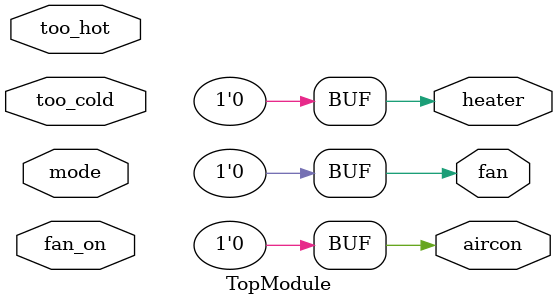
<source format=v>
module TopModule (
  input mode,
  input too_cold,
  input too_hot,
  input fan_on,
  output heater,
  output aircon,
  output fan
);

  // Module body - leave empty or add minimal placeholder logic
  // Example:
  assign heater = 1'b0;
  assign aircon = 1'b0;
  assign fan = 1'b0;

endmodule
</source>
